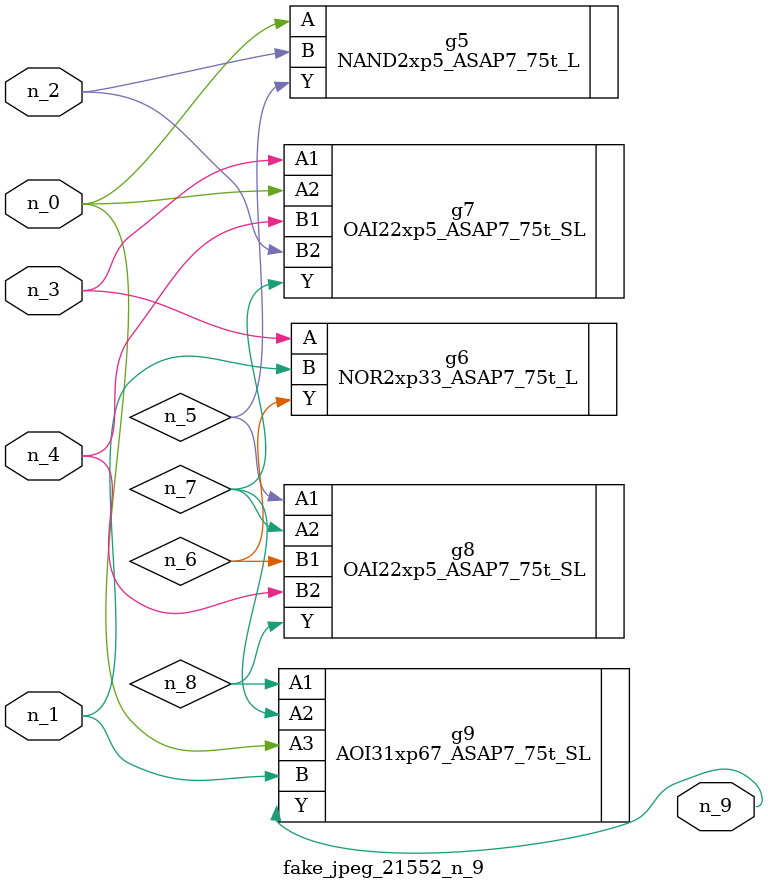
<source format=v>
module fake_jpeg_21552_n_9 (n_3, n_2, n_1, n_0, n_4, n_9);

input n_3;
input n_2;
input n_1;
input n_0;
input n_4;

output n_9;

wire n_8;
wire n_6;
wire n_5;
wire n_7;

NAND2xp5_ASAP7_75t_L g5 ( 
.A(n_0),
.B(n_2),
.Y(n_5)
);

NOR2xp33_ASAP7_75t_L g6 ( 
.A(n_3),
.B(n_1),
.Y(n_6)
);

OAI22xp5_ASAP7_75t_SL g7 ( 
.A1(n_3),
.A2(n_0),
.B1(n_4),
.B2(n_2),
.Y(n_7)
);

OAI22xp5_ASAP7_75t_SL g8 ( 
.A1(n_5),
.A2(n_7),
.B1(n_6),
.B2(n_4),
.Y(n_8)
);

AOI31xp67_ASAP7_75t_SL g9 ( 
.A1(n_8),
.A2(n_7),
.A3(n_0),
.B(n_1),
.Y(n_9)
);


endmodule
</source>
